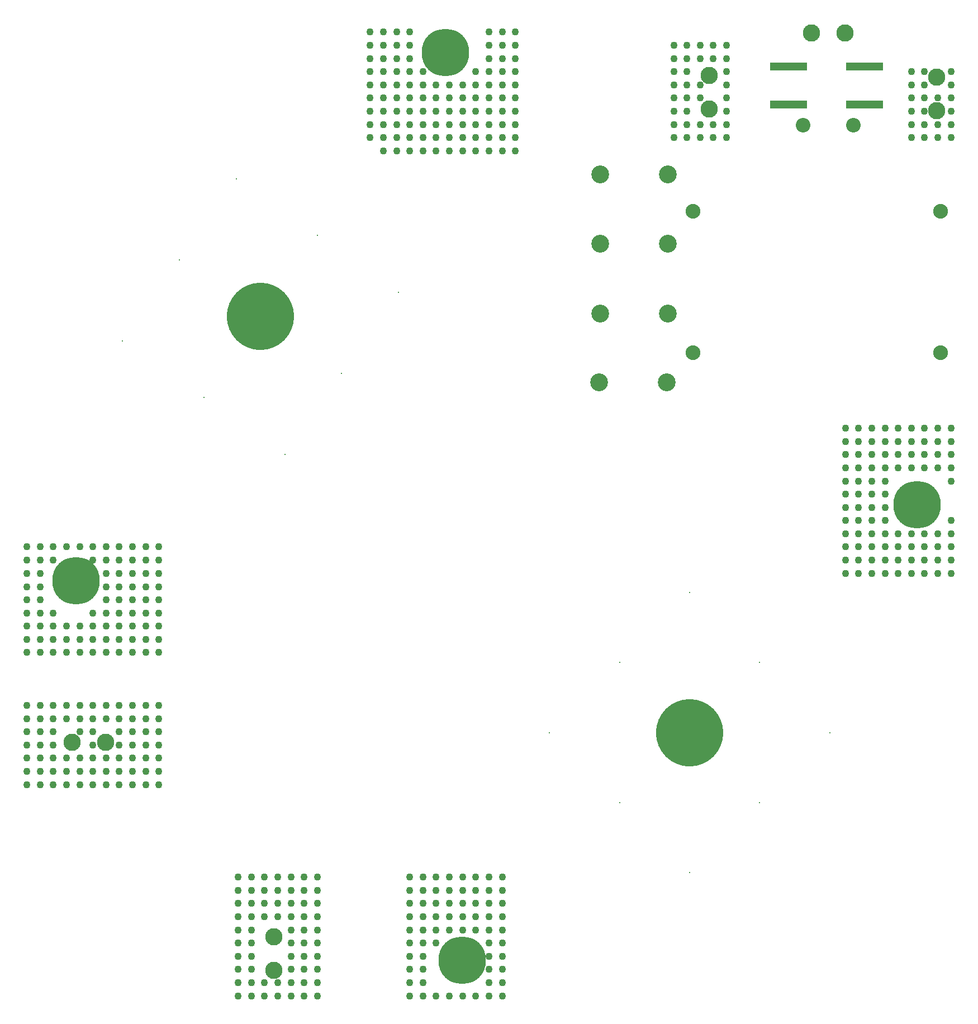
<source format=gts>
%FSTAX23Y23*%
%MOIN*%
%SFA1B1*%

%IPPOS*%
%ADD27R,0.220600X0.049300*%
%ADD28C,0.086700*%
%ADD29C,0.106400*%
%ADD30C,0.088000*%
%ADD31C,0.103000*%
%ADD32C,0.283600*%
%ADD33C,0.401700*%
%ADD34C,0.008000*%
%ADD35C,0.043400*%
%LNr100.230.040.001-00_filtr1-1*%
%LPD*%
G54D27*
X0496Y05575D03*
Y05802D03*
X05413D03*
Y05575D03*
G54D28*
X05046Y05452D03*
X05346D03*
G54D29*
X04232Y03917D03*
X0383D03*
X0424Y0433D03*
X03838D03*
X0424Y04744D03*
X03838D03*
X0424Y05157D03*
X03838D03*
G54D30*
X04389Y0494D03*
X05866D03*
Y04094D03*
X04389D03*
G54D31*
X00685Y01771D03*
X00885D03*
X04488Y05548D03*
Y05748D03*
X01889Y00613D03*
Y00413D03*
X05843Y0574D03*
Y0554D03*
X05095Y06003D03*
X05295D03*
G54D32*
X05728Y03189D03*
X03012Y00471D03*
X00709Y02736D03*
X02913Y05884D03*
G54D33*
X0437Y0183D03*
X01811Y04311D03*
G54D34*
X04787Y01413D03*
X03952D03*
Y02248D03*
X04787D03*
X0437Y02665D03*
Y00995D03*
X03534Y0183D03*
X05205D03*
X02633Y04456D03*
X00988Y04166D03*
X01956Y03488D03*
X01666Y05133D03*
X02149Y04794D03*
X01327Y04649D03*
X01472Y03827D03*
X02294Y03972D03*
G54D35*
X01677Y00259D03*
Y00338D03*
Y00417D03*
Y00496D03*
Y00574D03*
Y00653D03*
Y00732D03*
Y00811D03*
Y00889D03*
Y00968D03*
X01755Y00259D03*
Y00338D03*
Y00417D03*
Y00496D03*
Y00574D03*
Y00653D03*
Y00732D03*
Y00811D03*
Y00889D03*
Y00968D03*
X01834Y00259D03*
Y00338D03*
Y00732D03*
Y00811D03*
Y00889D03*
Y00968D03*
X01913Y00259D03*
Y00338D03*
Y00732D03*
Y00811D03*
Y00889D03*
Y00968D03*
X01992Y00259D03*
Y00338D03*
Y00417D03*
Y00496D03*
Y00574D03*
Y00653D03*
Y00732D03*
Y00811D03*
Y00889D03*
Y00968D03*
X0207Y00259D03*
Y00338D03*
Y00417D03*
Y00496D03*
Y00574D03*
Y00653D03*
Y00732D03*
Y00811D03*
Y00889D03*
Y00968D03*
X02149Y00259D03*
Y00338D03*
Y00417D03*
Y00496D03*
Y00574D03*
Y00653D03*
Y00732D03*
Y00811D03*
Y00889D03*
Y00968D03*
X027Y00259D03*
Y00338D03*
Y00417D03*
Y00496D03*
Y00574D03*
Y00653D03*
Y00732D03*
Y00811D03*
Y00889D03*
Y00968D03*
X02779Y00259D03*
Y00338D03*
Y00417D03*
Y00496D03*
Y00574D03*
Y00653D03*
Y00732D03*
Y00811D03*
Y00889D03*
Y00968D03*
X02858Y00259D03*
Y00574D03*
Y00653D03*
Y00732D03*
Y00811D03*
Y00889D03*
Y00968D03*
X02937Y00259D03*
Y00653D03*
Y00732D03*
Y00811D03*
Y00889D03*
Y00968D03*
X03015Y00259D03*
Y00653D03*
Y00732D03*
Y00811D03*
Y00889D03*
Y00968D03*
X03094Y00259D03*
Y00653D03*
Y00732D03*
Y00811D03*
Y00889D03*
Y00968D03*
X03173Y00259D03*
Y00338D03*
Y00417D03*
Y00496D03*
Y00574D03*
Y00653D03*
Y00732D03*
Y00811D03*
Y00889D03*
Y00968D03*
X03252Y00259D03*
Y00338D03*
Y00417D03*
Y00496D03*
Y00574D03*
Y00653D03*
Y00732D03*
Y00811D03*
Y00889D03*
Y00968D03*
X00417Y01519D03*
Y01598D03*
Y01677D03*
Y01755D03*
Y01834D03*
Y01913D03*
Y01992D03*
X00496Y01519D03*
Y01598D03*
Y01677D03*
Y01755D03*
Y01834D03*
Y01913D03*
Y01992D03*
X00574Y01519D03*
Y01598D03*
Y01677D03*
Y01755D03*
Y01834D03*
Y01913D03*
Y01992D03*
X00653Y01519D03*
Y01598D03*
Y01677D03*
Y01913D03*
Y01992D03*
X00732Y01519D03*
Y01598D03*
Y01677D03*
Y01834D03*
Y01913D03*
Y01992D03*
X00811Y01519D03*
Y01598D03*
Y01677D03*
Y01755D03*
Y01834D03*
Y01913D03*
Y01992D03*
X00889Y01519D03*
Y01598D03*
Y01677D03*
Y01913D03*
Y01992D03*
X00968Y01519D03*
Y01598D03*
Y01677D03*
Y01755D03*
Y01834D03*
Y01913D03*
Y01992D03*
X01047Y01519D03*
Y01598D03*
Y01677D03*
Y01755D03*
Y01834D03*
Y01913D03*
Y01992D03*
X01126Y01519D03*
Y01598D03*
Y01677D03*
Y01755D03*
Y01834D03*
Y01913D03*
Y01992D03*
X01204Y01519D03*
Y01598D03*
Y01677D03*
Y01755D03*
Y01834D03*
Y01913D03*
Y01992D03*
X00417Y02307D03*
Y02385D03*
Y02464D03*
Y02543D03*
Y02622D03*
Y027D03*
Y02779D03*
Y02858D03*
Y02937D03*
X00496Y02307D03*
Y02385D03*
Y02464D03*
Y02543D03*
Y02622D03*
Y027D03*
Y02779D03*
Y02858D03*
Y02937D03*
X00574Y02307D03*
Y02385D03*
Y02464D03*
Y02543D03*
Y02858D03*
Y02937D03*
X00653Y02307D03*
Y02385D03*
Y02464D03*
Y02937D03*
X00732Y02307D03*
Y02385D03*
Y02464D03*
Y02937D03*
X00811Y02307D03*
Y02385D03*
Y02464D03*
Y02543D03*
Y02858D03*
Y02937D03*
X00889Y02307D03*
Y02385D03*
Y02464D03*
Y02543D03*
Y02622D03*
Y027D03*
Y02779D03*
Y02858D03*
Y02937D03*
X00968Y02307D03*
Y02385D03*
Y02464D03*
Y02543D03*
Y02622D03*
Y027D03*
Y02779D03*
Y02858D03*
Y02937D03*
X01047Y02307D03*
Y02385D03*
Y02464D03*
Y02543D03*
Y02622D03*
Y027D03*
Y02779D03*
Y02858D03*
Y02937D03*
X01126Y02307D03*
Y02385D03*
Y02464D03*
Y02543D03*
Y02622D03*
Y027D03*
Y02779D03*
Y02858D03*
Y02937D03*
X01204Y02307D03*
Y02385D03*
Y02464D03*
Y02543D03*
Y02622D03*
Y027D03*
Y02779D03*
Y02858D03*
Y02937D03*
X05299Y02779D03*
Y02858D03*
Y02937D03*
Y03015D03*
Y03094D03*
Y03173D03*
Y03252D03*
Y0333D03*
Y03409D03*
Y03488D03*
Y03566D03*
Y03645D03*
X05378Y02779D03*
Y02858D03*
Y02937D03*
Y03015D03*
Y03094D03*
Y03173D03*
Y03252D03*
Y0333D03*
Y03409D03*
Y03488D03*
Y03566D03*
Y03645D03*
X05456Y02779D03*
Y02858D03*
Y02937D03*
Y03015D03*
Y03094D03*
Y03173D03*
Y03252D03*
Y0333D03*
Y03409D03*
Y03488D03*
Y03566D03*
Y03645D03*
X05535Y02779D03*
Y02858D03*
Y02937D03*
Y03015D03*
Y03094D03*
Y03173D03*
Y03252D03*
Y0333D03*
Y03409D03*
Y03488D03*
Y03566D03*
Y03645D03*
X05614Y02779D03*
Y02858D03*
Y02937D03*
Y03015D03*
Y03409D03*
Y03488D03*
Y03566D03*
Y03645D03*
X05692Y02779D03*
Y02858D03*
Y02937D03*
Y03015D03*
Y03409D03*
Y03488D03*
Y03566D03*
Y03645D03*
X05771Y02779D03*
Y02858D03*
Y02937D03*
Y03015D03*
Y03409D03*
Y03488D03*
Y03566D03*
Y03645D03*
X0585Y02779D03*
Y02858D03*
Y02937D03*
Y03015D03*
Y03409D03*
Y03488D03*
Y03566D03*
Y03645D03*
X05929Y02779D03*
Y02858D03*
Y02937D03*
Y03015D03*
Y03094D03*
Y0333D03*
Y03409D03*
Y03488D03*
Y03566D03*
Y03645D03*
X02464Y05378D03*
Y05456D03*
Y05535D03*
Y05614D03*
Y05692D03*
Y05771D03*
Y0585D03*
Y05929D03*
Y06007D03*
X02543Y05299D03*
Y05378D03*
Y05456D03*
Y05535D03*
Y05614D03*
Y05692D03*
Y05771D03*
Y0585D03*
Y05929D03*
Y06007D03*
X02622Y05299D03*
Y05378D03*
Y05456D03*
Y05535D03*
Y05614D03*
Y05692D03*
Y05771D03*
Y0585D03*
Y05929D03*
Y06007D03*
X027Y05299D03*
Y05378D03*
Y05456D03*
Y05535D03*
Y05614D03*
Y05692D03*
Y05771D03*
Y0585D03*
Y05929D03*
Y06007D03*
X02779Y05299D03*
Y05378D03*
Y05456D03*
Y05535D03*
Y05614D03*
Y05692D03*
Y05771D03*
X02858Y05299D03*
Y05378D03*
Y05456D03*
Y05535D03*
Y05614D03*
Y05692D03*
X02937Y05299D03*
Y05378D03*
Y05456D03*
Y05535D03*
Y05614D03*
Y05692D03*
X03015Y05299D03*
Y05378D03*
Y05456D03*
Y05535D03*
Y05614D03*
Y05692D03*
X03094Y05299D03*
Y05378D03*
Y05456D03*
Y05535D03*
Y05614D03*
Y05692D03*
Y05771D03*
X03173Y05299D03*
Y05378D03*
Y05456D03*
Y05535D03*
Y05614D03*
Y05692D03*
Y05771D03*
Y0585D03*
Y05929D03*
Y06007D03*
X03252Y05299D03*
Y05378D03*
Y05456D03*
Y05535D03*
Y05614D03*
Y05692D03*
Y05771D03*
Y0585D03*
Y05929D03*
Y06007D03*
X0333Y05299D03*
Y05378D03*
Y05456D03*
Y05535D03*
Y05614D03*
Y05692D03*
Y05771D03*
Y0585D03*
Y05929D03*
Y06007D03*
X04275Y05378D03*
Y05456D03*
Y05535D03*
Y05614D03*
Y05692D03*
Y05771D03*
Y0585D03*
Y05929D03*
X04354Y05378D03*
Y05456D03*
Y05535D03*
Y05614D03*
Y05692D03*
Y05771D03*
Y0585D03*
Y05929D03*
X04433Y05378D03*
Y05456D03*
Y05614D03*
Y05692D03*
Y0585D03*
Y05929D03*
X04511Y05378D03*
Y05456D03*
Y0585D03*
Y05929D03*
X0459Y05378D03*
Y05456D03*
Y05535D03*
Y05614D03*
Y05692D03*
Y05771D03*
Y0585D03*
Y05929D03*
X05692Y05378D03*
Y05456D03*
Y05535D03*
Y05614D03*
Y05692D03*
Y05771D03*
X05771Y05378D03*
Y05456D03*
Y05535D03*
Y05614D03*
Y05692D03*
Y05771D03*
X0585Y05378D03*
Y05456D03*
Y05614D03*
X05929Y05378D03*
Y05456D03*
Y05535D03*
Y05614D03*
Y05692D03*
Y05771D03*
M02*
</source>
